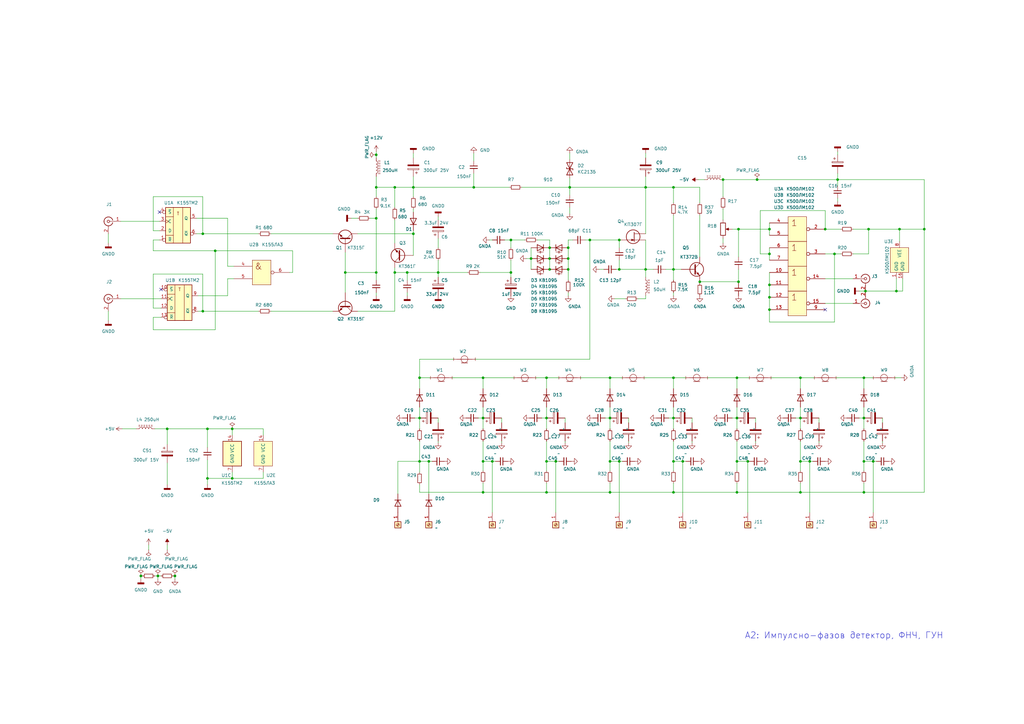
<source format=kicad_sch>
(kicad_sch (version 20211123) (generator eeschema)
  (paper "A3")
  (title_block (title "А2: Имулсно-фазов детектор, ФНЧ. ГУН"))
  (junction (at 169.545 95.885))
  (junction (at 224.155 201.93))
  (junction (at 338.455 93.98))
  (junction (at 95.25 196.215))
  (junction (at 233.045 106.045))
  (junction (at 287.02 115.57))
  (junction (at 57.785 236.22))
  (junction (at 332.105 189.23))
  (junction (at 315.595 121.92))
  (junction (at 276.225 154.94))
  (junction (at 276.225 110.49))
  (junction (at 379.095 93.98))
  (junction (at 315.595 127))
  (junction (at 302.26 189.23))
  (junction (at 172.085 189.23))
  (junction (at 175.895 189.23))
  (junction (at 224.155 154.94))
  (junction (at 154.305 111.76))
  (junction (at 71.755 236.22))
  (junction (at 194.31 76.835))
  (junction (at 254 110.49))
  (junction (at 354.965 119.38))
  (junction (at 356.235 93.98))
  (junction (at 233.68 76.835))
  (junction (at 201.93 189.23))
  (junction (at 209.55 111.76))
  (junction (at 342.265 104.14))
  (junction (at 264.795 110.49))
  (junction (at 227.965 189.23))
  (junction (at 254 98.425))
  (junction (at 276.225 76.835))
  (junction (at 315.595 104.14))
  (junction (at 328.295 171.45))
  (junction (at 83.185 127.635))
  (junction (at 198.12 189.23))
  (junction (at 276.225 201.93))
  (junction (at 354.33 154.94))
  (junction (at 179.705 111.76))
  (junction (at 225.425 101.6))
  (junction (at 276.225 189.23))
  (junction (at 172.085 154.94))
  (junction (at 217.805 106.045))
  (junction (at 224.155 171.45))
  (junction (at 250.19 171.45))
  (junction (at 276.225 171.45))
  (junction (at 302.26 154.94))
  (junction (at 225.425 106.045))
  (junction (at 250.19 154.94))
  (junction (at 224.155 189.23))
  (junction (at 95.25 175.895))
  (junction (at 225.425 110.49))
  (junction (at 368.935 93.98))
  (junction (at 358.14 189.23))
  (junction (at 315.595 116.84))
  (junction (at 302.26 171.45))
  (junction (at 250.19 189.23))
  (junction (at 264.795 76.835))
  (junction (at 209.55 98.425))
  (junction (at 161.925 76.835))
  (junction (at 296.545 73.66))
  (junction (at 302.26 201.93))
  (junction (at 250.19 201.93))
  (junction (at 354.33 201.93))
  (junction (at 315.595 93.98))
  (junction (at 167.005 111.76))
  (junction (at 198.12 171.45))
  (junction (at 169.545 76.835))
  (junction (at 161.925 111.76))
  (junction (at 233.045 101.6))
  (junction (at 154.305 76.835))
  (junction (at 306.705 189.23))
  (junction (at 172.085 171.45))
  (junction (at 83.185 95.885))
  (junction (at 354.33 189.23))
  (junction (at 302.895 115.57))
  (junction (at 328.295 189.23))
  (junction (at 354.33 171.45))
  (junction (at 302.895 93.98))
  (junction (at 141.605 111.76))
  (junction (at 254 189.23))
  (junction (at 154.305 63.5))
  (junction (at 280.035 189.23))
  (junction (at 310.515 73.66))
  (junction (at 328.295 154.94))
  (junction (at 367.665 119.38))
  (junction (at 64.77 236.22))
  (junction (at 88.265 102.87))
  (junction (at 85.09 175.895))
  (junction (at 85.09 196.215))
  (junction (at 198.12 201.93))
  (junction (at 343.535 73.66))
  (junction (at 233.045 110.49))
  (junction (at 198.12 154.94))
  (junction (at 241.935 98.425))
  (junction (at 328.295 201.93))
  (junction (at 154.305 89.535))
  (junction (at 68.58 175.895))
  (no_connect (at 66.04 118.745))
  (no_connect (at 65.405 86.995))
  (no_connect (at 338.455 127))
  (wire (pts (xy 300.355 93.98) (xy 302.895 93.98)))
  (wire (pts (xy 264.795 72.39) (xy 264.795 76.835)))
  (wire (pts (xy 161.925 90.17) (xy 161.925 99.695)))
  (wire (pts (xy 209.55 98.425) (xy 215.265 98.425)))
  (wire (pts (xy 276.225 88.265) (xy 276.225 110.49)))
  (wire (pts (xy 198.12 167.005) (xy 198.12 171.45)))
  (wire (pts (xy 302.26 180.975) (xy 302.26 189.23)))
  (wire (pts (xy 225.425 98.425) (xy 220.345 98.425)))
  (wire (pts (xy 93.345 89.535) (xy 93.345 109.22)))
  (wire (pts (xy 290.195 154.94) (xy 302.26 154.94)))
  (wire (pts (xy 296.545 73.66) (xy 310.515 73.66)))
  (wire (pts (xy 141.605 111.76) (xy 141.605 120.015)))
  (wire (pts (xy 264.795 122.555) (xy 264.795 121.285)))
  (wire (pts (xy 302.26 201.93) (xy 328.295 201.93)))
  (wire (pts (xy 227.965 189.23) (xy 224.155 189.23)))
  (wire (pts (xy 63.5 175.895) (xy 68.58 175.895)))
  (wire (pts (xy 179.705 97.79) (xy 179.705 101.6)))
  (wire (pts (xy 179.705 111.76) (xy 179.705 113.665)))
  (wire (pts (xy 217.805 106.045) (xy 217.805 110.49)))
  (wire (pts (xy 154.305 76.835) (xy 161.925 76.835)))
  (wire (pts (xy 276.225 201.93) (xy 276.225 198.12)))
  (wire (pts (xy 85.09 196.215) (xy 95.25 196.215)))
  (wire (pts (xy 367.665 114.3) (xy 367.665 119.38)))
  (wire (pts (xy 250.19 167.005) (xy 250.19 171.45)))
  (wire (pts (xy 85.09 188.595) (xy 85.09 196.215)))
  (wire (pts (xy 250.19 189.23) (xy 250.19 193.04)))
  (wire (pts (xy 71.755 237.49) (xy 71.755 236.22)))
  (wire (pts (xy 302.26 171.45) (xy 302.26 175.895)))
  (wire (pts (xy 354.33 201.93) (xy 354.33 198.12)))
  (wire (pts (xy 179.705 180.975) (xy 179.705 181.61)))
  (wire (pts (xy 172.085 189.23) (xy 172.085 193.675)))
  (wire (pts (xy 213.995 76.835) (xy 233.68 76.835)))
  (wire (pts (xy 66.04 130.175) (xy 62.865 130.175)))
  (wire (pts (xy 172.085 189.23) (xy 163.195 189.23)))
  (wire (pts (xy 342.265 132.08) (xy 342.265 104.14)))
  (wire (pts (xy 250.19 154.94) (xy 255.27 154.94)))
  (wire (pts (xy 309.88 180.975) (xy 309.88 181.61)))
  (wire (pts (xy 44.45 95.885) (xy 44.45 99.695)))
  (wire (pts (xy 332.105 189.23) (xy 328.295 189.23)))
  (wire (pts (xy 283.845 171.45) (xy 283.845 173.355)))
  (wire (pts (xy 64.77 236.22) (xy 64.77 237.49)))
  (wire (pts (xy 257.81 180.975) (xy 257.81 181.61)))
  (wire (pts (xy 154.305 111.76) (xy 154.305 114.935)))
  (wire (pts (xy 68.58 223.52) (xy 68.58 225.425)))
  (wire (pts (xy 368.935 93.98) (xy 368.935 99.06)))
  (wire (pts (xy 224.155 201.93) (xy 250.19 201.93)))
  (wire (pts (xy 93.345 109.22) (xy 95.885 109.22)))
  (wire (pts (xy 120.015 111.76) (xy 120.015 102.87)))
  (wire (pts (xy 356.235 104.14) (xy 356.235 93.98)))
  (wire (pts (xy 343.535 62.23) (xy 343.535 63.5)))
  (wire (pts (xy 194.31 71.12) (xy 194.31 76.835)))
  (wire (pts (xy 50.165 175.895) (xy 55.88 175.895)))
  (wire (pts (xy 81.28 121.285) (xy 93.345 121.285)))
  (wire (pts (xy 93.345 114.3) (xy 95.885 114.3)))
  (wire (pts (xy 250.19 171.45) (xy 250.19 175.895)))
  (wire (pts (xy 198.12 201.93) (xy 224.155 201.93)))
  (wire (pts (xy 328.295 167.005) (xy 328.295 171.45)))
  (wire (pts (xy 88.265 102.87) (xy 62.865 102.87)))
  (wire (pts (xy 306.705 189.23) (xy 302.26 189.23)))
  (wire (pts (xy 306.705 189.23) (xy 306.705 210.185)))
  (wire (pts (xy 111.125 127.635) (xy 136.525 127.635)))
  (wire (pts (xy 144.145 89.535) (xy 146.685 89.535)))
  (wire (pts (xy 315.595 121.92) (xy 315.595 127)))
  (wire (pts (xy 224.155 201.93) (xy 224.155 198.12)))
  (wire (pts (xy 120.015 102.87) (xy 88.265 102.87)))
  (wire (pts (xy 93.345 114.3) (xy 93.345 121.285)))
  (wire (pts (xy 161.925 76.835) (xy 161.925 85.09)))
  (wire (pts (xy 198.12 171.45) (xy 196.215 171.45)))
  (wire (pts (xy 83.185 95.885) (xy 83.185 80.645)))
  (wire (pts (xy 224.155 189.23) (xy 224.155 193.04)))
  (wire (pts (xy 361.95 180.975) (xy 361.95 181.61)))
  (wire (pts (xy 172.085 180.975) (xy 172.085 189.23)))
  (wire (pts (xy 167.005 120.015) (xy 167.005 121.285)))
  (wire (pts (xy 161.925 111.76) (xy 167.005 111.76)))
  (wire (pts (xy 172.085 201.93) (xy 198.12 201.93)))
  (wire (pts (xy 179.705 111.76) (xy 191.77 111.76)))
  (wire (pts (xy 307.34 189.23) (xy 306.705 189.23)))
  (wire (pts (xy 161.925 76.835) (xy 169.545 76.835)))
  (wire (pts (xy 107.95 175.895) (xy 107.95 178.435)))
  (wire (pts (xy 332.105 189.23) (xy 332.105 210.185)))
  (wire (pts (xy 240.03 98.425) (xy 241.935 98.425)))
  (wire (pts (xy 209.55 98.425) (xy 209.55 101.6)))
  (wire (pts (xy 264.795 62.865) (xy 264.795 64.77)))
  (wire (pts (xy 229.235 189.23) (xy 227.965 189.23)))
  (wire (pts (xy 342.265 104.14) (xy 344.805 104.14)))
  (wire (pts (xy 201.93 189.23) (xy 198.12 189.23)))
  (wire (pts (xy 169.545 76.835) (xy 194.31 76.835)))
  (wire (pts (xy 367.03 154.94) (xy 369.57 154.94)))
  (wire (pts (xy 368.935 93.98) (xy 379.095 93.98)))
  (wire (pts (xy 276.225 189.23) (xy 276.225 193.04)))
  (wire (pts (xy 241.935 98.425) (xy 254 98.425)))
  (wire (pts (xy 315.595 93.98) (xy 315.595 96.52)))
  (wire (pts (xy 57.785 237.49) (xy 57.785 236.22)))
  (wire (pts (xy 85.09 196.215) (xy 85.09 198.755)))
  (wire (pts (xy 207.01 98.425) (xy 209.55 98.425)))
  (wire (pts (xy 81.28 127.635) (xy 83.185 127.635)))
  (wire (pts (xy 118.745 111.76) (xy 120.015 111.76)))
  (wire (pts (xy 359.41 189.23) (xy 358.14 189.23)))
  (wire (pts (xy 276.225 83.185) (xy 276.225 76.835)))
  (wire (pts (xy 310.515 73.66) (xy 343.535 73.66)))
  (wire (pts (xy 328.295 154.94) (xy 328.295 159.385)))
  (wire (pts (xy 315.595 91.44) (xy 315.595 93.98)))
  (wire (pts (xy 276.225 76.835) (xy 264.795 76.835)))
  (wire (pts (xy 276.225 180.975) (xy 276.225 189.23)))
  (wire (pts (xy 154.305 89.535) (xy 154.305 111.76)))
  (wire (pts (xy 264.16 154.94) (xy 276.225 154.94)))
  (wire (pts (xy 107.95 193.675) (xy 107.95 196.215)))
  (wire (pts (xy 83.185 127.635) (xy 83.185 112.395)))
  (wire (pts (xy 379.095 93.98) (xy 379.095 201.93)))
  (wire (pts (xy 273.05 110.49) (xy 276.225 110.49)))
  (wire (pts (xy 343.535 73.66) (xy 343.535 76.2)))
  (wire (pts (xy 63.5 236.22) (xy 64.77 236.22)))
  (wire (pts (xy 280.035 189.23) (xy 280.035 210.185)))
  (wire (pts (xy 83.185 112.395) (xy 62.865 112.395)))
  (wire (pts (xy 161.925 111.76) (xy 161.925 109.855)))
  (wire (pts (xy 264.795 76.835) (xy 264.795 95.885)))
  (wire (pts (xy 252.73 110.49) (xy 254 110.49)))
  (wire (pts (xy 328.295 201.93) (xy 328.295 198.12)))
  (wire (pts (xy 198.12 198.12) (xy 198.12 201.93)))
  (wire (pts (xy 201.93 189.23) (xy 201.93 210.185)))
  (wire (pts (xy 62.865 135.255) (xy 88.265 135.255)))
  (wire (pts (xy 254 189.23) (xy 250.19 189.23)))
  (wire (pts (xy 254 189.23) (xy 254 210.185)))
  (wire (pts (xy 172.085 171.45) (xy 172.085 175.895)))
  (wire (pts (xy 338.455 93.98) (xy 344.805 93.98)))
  (wire (pts (xy 154.305 76.835) (xy 154.305 80.645)))
  (wire (pts (xy 167.005 111.76) (xy 167.005 114.935)))
  (wire (pts (xy 154.305 72.39) (xy 154.305 76.835)))
  (wire (pts (xy 64.77 236.22) (xy 66.04 236.22)))
  (wire (pts (xy 233.045 120.015) (xy 233.045 121.285)))
  (wire (pts (xy 179.705 171.45) (xy 179.705 173.355)))
  (wire (pts (xy 302.26 189.23) (xy 302.26 193.04)))
  (wire (pts (xy 217.805 101.6) (xy 217.805 106.045)))
  (wire (pts (xy 254 106.68) (xy 254 110.49)))
  (wire (pts (xy 80.645 89.535) (xy 93.345 89.535)))
  (wire (pts (xy 233.68 85.09) (xy 233.68 87.63)))
  (wire (pts (xy 315.595 104.14) (xy 311.785 104.14)))
  (wire (pts (xy 146.685 127.635) (xy 161.925 127.635)))
  (wire (pts (xy 95.25 175.895) (xy 107.95 175.895)))
  (wire (pts (xy 209.55 111.76) (xy 196.85 111.76)))
  (wire (pts (xy 328.295 171.45) (xy 326.39 171.45)))
  (wire (pts (xy 60.96 223.52) (xy 60.96 225.425)))
  (wire (pts (xy 342.9 154.94) (xy 354.33 154.94)))
  (wire (pts (xy 198.12 154.94) (xy 198.12 159.385)))
  (wire (pts (xy 169.545 85.725) (xy 169.545 86.995)))
  (wire (pts (xy 379.095 201.93) (xy 354.33 201.93)))
  (wire (pts (xy 356.235 93.98) (xy 368.935 93.98)))
  (wire (pts (xy 352.425 119.38) (xy 354.965 119.38)))
  (wire (pts (xy 62.865 130.175) (xy 62.865 135.255)))
  (wire (pts (xy 95.25 175.895) (xy 95.25 178.435)))
  (wire (pts (xy 111.125 95.885) (xy 136.525 95.885)))
  (wire (pts (xy 224.155 171.45) (xy 222.25 171.45)))
  (wire (pts (xy 85.09 175.895) (xy 85.09 183.515)))
  (wire (pts (xy 328.295 171.45) (xy 328.295 175.895)))
  (wire (pts (xy 354.33 189.23) (xy 354.33 193.04)))
  (wire (pts (xy 172.085 154.94) (xy 176.53 154.94)))
  (wire (pts (xy 316.23 154.94) (xy 328.295 154.94)))
  (wire (pts (xy 49.53 122.555) (xy 66.04 122.555)))
  (wire (pts (xy 224.155 154.94) (xy 224.155 159.385)))
  (wire (pts (xy 172.085 159.385) (xy 172.085 154.94)))
  (wire (pts (xy 233.68 76.835) (xy 264.795 76.835)))
  (wire (pts (xy 276.225 110.49) (xy 279.4 110.49)))
  (wire (pts (xy 68.58 189.865) (xy 68.58 198.755)))
  (wire (pts (xy 179.705 106.68) (xy 179.705 111.76)))
  (wire (pts (xy 172.085 167.005) (xy 172.085 171.45)))
  (wire (pts (xy 225.425 101.6) (xy 225.425 98.425)))
  (wire (pts (xy 302.895 93.98) (xy 315.595 93.98)))
  (wire (pts (xy 62.865 98.425) (xy 65.405 98.425)))
  (wire (pts (xy 215.9 106.045) (xy 217.805 106.045)))
  (wire (pts (xy 224.155 167.005) (xy 224.155 171.45)))
  (wire (pts (xy 198.12 180.975) (xy 198.12 189.23)))
  (wire (pts (xy 194.31 76.835) (xy 208.915 76.835)))
  (wire (pts (xy 233.045 110.49) (xy 233.045 106.045)))
  (wire (pts (xy 175.895 189.23) (xy 172.085 189.23)))
  (wire (pts (xy 302.895 93.98) (xy 302.895 105.41)))
  (wire (pts (xy 154.305 63.5) (xy 154.305 64.77)))
  (wire (pts (xy 175.895 189.23) (xy 175.895 202.565)))
  (wire (pts (xy 276.225 154.94) (xy 281.305 154.94)))
  (wire (pts (xy 231.775 171.45) (xy 231.775 173.355)))
  (wire (pts (xy 233.045 98.425) (xy 234.95 98.425)))
  (wire (pts (xy 177.165 189.23) (xy 175.895 189.23)))
  (wire (pts (xy 287.02 76.835) (xy 276.225 76.835)))
  (wire (pts (xy 361.95 171.45) (xy 361.95 173.355)))
  (wire (pts (xy 354.33 171.45) (xy 354.33 175.895)))
  (wire (pts (xy 281.305 189.23) (xy 280.035 189.23)))
  (wire (pts (xy 302.895 115.57) (xy 302.895 116.205)))
  (wire (pts (xy 302.26 154.94) (xy 302.26 159.385)))
  (wire (pts (xy 198.12 154.94) (xy 210.82 154.94)))
  (wire (pts (xy 62.865 112.395) (xy 62.865 126.365)))
  (wire (pts (xy 205.74 171.45) (xy 205.74 173.355)))
  (wire (pts (xy 233.68 73.025) (xy 233.68 76.835)))
  (wire (pts (xy 172.085 171.45) (xy 170.18 171.45)))
  (wire (pts (xy 233.045 98.425) (xy 233.045 101.6)))
  (wire (pts (xy 154.305 120.015) (xy 154.305 121.285)))
  (wire (pts (xy 68.58 175.895) (xy 85.09 175.895)))
  (wire (pts (xy 83.185 80.645) (xy 62.865 80.645)))
  (wire (pts (xy 287.02 115.57) (xy 287.02 116.205)))
  (wire (pts (xy 354.33 171.45) (xy 352.425 171.45)))
  (wire (pts (xy 225.425 101.6) (xy 225.425 106.045)))
  (wire (pts (xy 315.595 101.6) (xy 315.595 104.14)))
  (wire (pts (xy 231.775 180.975) (xy 231.775 181.61)))
  (wire (pts (xy 172.085 154.94) (xy 172.085 147.32)))
  (wire (pts (xy 172.085 201.93) (xy 172.085 198.755)))
  (wire (pts (xy 354.33 154.94) (xy 354.33 159.385)))
  (wire (pts (xy 264.795 110.49) (xy 264.795 113.665)))
  (wire (pts (xy 83.185 127.635) (xy 106.045 127.635)))
  (wire (pts (xy 250.19 171.45) (xy 248.285 171.45)))
  (wire (pts (xy 358.14 189.23) (xy 358.14 210.185)))
  (wire (pts (xy 250.19 201.93) (xy 276.225 201.93)))
  (wire (pts (xy 198.12 171.45) (xy 198.12 175.895)))
  (wire (pts (xy 95.25 193.675) (xy 95.25 196.215)))
  (wire (pts (xy 154.305 89.535) (xy 151.765 89.535)))
  (wire (pts (xy 95.25 175.895) (xy 85.09 175.895)))
  (wire (pts (xy 163.195 189.23) (xy 163.195 202.565)))
  (wire (pts (xy 57.785 236.22) (xy 58.42 236.22)))
  (wire (pts (xy 167.005 111.76) (xy 179.705 111.76)))
  (wire (pts (xy 315.595 127) (xy 315.595 132.08)))
  (wire (pts (xy 328.295 189.23) (xy 328.295 193.04)))
  (wire (pts (xy 276.225 110.49) (xy 276.225 114.935)))
  (wire (pts (xy 254 110.49) (xy 264.795 110.49)))
  (wire (pts (xy 224.155 154.94) (xy 229.235 154.94)))
  (wire (pts (xy 315.595 111.76) (xy 315.595 116.84)))
  (wire (pts (xy 172.085 147.32) (xy 186.055 147.32)))
  (wire (pts (xy 250.19 180.975) (xy 250.19 189.23)))
  (wire (pts (xy 367.665 119.38) (xy 370.205 119.38)))
  (wire (pts (xy 161.925 127.635) (xy 161.925 111.76)))
  (wire (pts (xy 280.035 189.23) (xy 276.225 189.23)))
  (wire (pts (xy 169.545 104.775) (xy 169.545 95.885)))
  (wire (pts (xy 349.885 104.14) (xy 356.235 104.14)))
  (wire (pts (xy 335.915 171.45) (xy 335.915 173.355)))
  (wire (pts (xy 370.205 114.3) (xy 370.205 119.38)))
  (wire (pts (xy 354.965 119.38) (xy 367.665 119.38)))
  (wire (pts (xy 287.02 83.185) (xy 287.02 76.835)))
  (wire (pts (xy 343.535 81.28) (xy 343.535 82.55)))
  (wire (pts (xy 227.965 189.23) (xy 227.965 210.185)))
  (wire (pts (xy 302.26 171.45) (xy 300.355 171.45)))
  (wire (pts (xy 343.535 71.12) (xy 343.535 73.66)))
  (wire (pts (xy 338.455 86.36) (xy 338.455 93.98)))
  (wire (pts (xy 338.455 114.3) (xy 349.885 114.3)))
  (wire (pts (xy 354.33 180.975) (xy 354.33 189.23)))
  (wire (pts (xy 88.265 102.87) (xy 88.265 135.255)))
  (wire (pts (xy 296.545 85.725) (xy 296.545 90.17)))
  (wire (pts (xy 349.885 93.98) (xy 356.235 93.98)))
  (wire (pts (xy 342.265 104.14) (xy 338.455 104.14)))
  (wire (pts (xy 354.33 154.94) (xy 358.14 154.94)))
  (wire (pts (xy 333.375 189.23) (xy 332.105 189.23)))
  (wire (pts (xy 241.935 147.32) (xy 194.945 147.32)))
  (wire (pts (xy 71.755 236.22) (xy 71.12 236.22)))
  (wire (pts (xy 179.705 90.17) (xy 179.705 88.9)))
  (wire (pts (xy 276.225 159.385) (xy 276.225 154.94)))
  (wire (pts (xy 233.045 110.49) (xy 233.045 114.935)))
  (wire (pts (xy 328.295 180.975) (xy 328.295 189.23)))
  (wire (pts (xy 287.02 115.57) (xy 302.895 115.57)))
  (wire (pts (xy 264.795 110.49) (xy 267.97 110.49)))
  (wire (pts (xy 302.26 201.93) (xy 302.26 198.12)))
  (wire (pts (xy 169.545 94.615) (xy 169.545 95.885)))
  (wire (pts (xy 209.55 106.68) (xy 209.55 111.76)))
  (wire (pts (xy 264.795 98.425) (xy 264.795 110.49)))
  (wire (pts (xy 315.595 104.14) (xy 315.595 106.68)))
  (wire (pts (xy 311.785 86.36) (xy 338.455 86.36)))
  (wire (pts (xy 44.45 127.635) (xy 44.45 131.445)))
  (wire (pts (xy 209.55 113.665) (xy 209.55 111.76)))
  (wire (pts (xy 335.915 180.975) (xy 335.915 181.61)))
  (wire (pts (xy 62.865 94.615) (xy 65.405 94.615)))
  (wire (pts (xy 276.225 171.45) (xy 274.32 171.45)))
  (wire (pts (xy 141.605 111.76) (xy 154.305 111.76)))
  (wire (pts (xy 62.865 126.365) (xy 66.04 126.365)))
  (wire (pts (xy 255.27 189.23) (xy 254 189.23)))
  (wire (pts (xy 338.455 124.46) (xy 349.885 124.46)))
  (wire (pts (xy 276.225 171.45) (xy 276.225 175.895)))
  (wire (pts (xy 233.045 106.045) (xy 233.045 101.6)))
  (wire (pts (xy 315.595 116.84) (xy 315.595 121.92)))
  (wire (pts (xy 309.88 171.45) (xy 309.88 173.355)))
  (wire (pts (xy 169.545 62.865) (xy 169.545 64.77)))
  (wire (pts (xy 62.865 80.645) (xy 62.865 94.615)))
  (wire (pts (xy 254 98.425) (xy 254.635 98.425)))
  (wire (pts (xy 225.425 106.045) (xy 225.425 110.49)))
  (wire (pts (xy 315.595 132.08) (xy 342.265 132.08)))
  (wire (pts (xy 154.305 62.23) (xy 154.305 63.5)))
  (wire (pts (xy 233.68 62.865) (xy 233.68 65.405)))
  (wire (pts (xy 302.26 167.005) (xy 302.26 171.45)))
  (wire (pts (xy 146.685 95.885) (xy 169.545 95.885)))
  (wire (pts (xy 219.71 154.94) (xy 224.155 154.94)))
  (wire (pts (xy 328.295 201.93) (xy 354.33 201.93)))
  (wire (pts (xy 205.74 180.975) (xy 205.74 181.61)))
  (wire (pts (xy 62.865 98.425) (xy 62.865 102.87)))
  (wire (pts (xy 185.42 154.94) (xy 198.12 154.94)))
  (wire (pts (xy 80.645 95.885) (xy 83.185 95.885)))
  (wire (pts (xy 358.14 189.23) (xy 354.33 189.23)))
  (wire (pts (xy 302.895 110.49) (xy 302.895 115.57)))
  (wire (pts (xy 233.68 76.835) (xy 233.68 80.01)))
  (wire (pts (xy 296.545 97.79) (xy 296.545 99.695)))
  (wire (pts (xy 203.2 189.23) (xy 201.93 189.23)))
  (wire (pts (xy 257.81 171.45) (xy 257.81 173.355)))
  (wire (pts (xy 261.62 122.555) (xy 264.795 122.555)))
  (wire (pts (xy 287.02 88.265) (xy 287.02 105.41)))
  (wire (pts (xy 250.19 201.93) (xy 250.19 198.12)))
  (wire (pts (xy 254 98.425) (xy 254 101.6)))
  (wire (pts (xy 286.385 73.66) (xy 288.925 73.66)))
  (wire (pts (xy 296.545 73.66) (xy 296.545 80.645)))
  (wire (pts (xy 200.66 98.425) (xy 201.93 98.425)))
  (wire (pts (xy 250.19 154.94) (xy 250.19 159.385)))
  (wire (pts (xy 169.545 72.39) (xy 169.545 76.835)))
  (wire (pts (xy 241.935 98.425) (xy 241.935 147.32)))
  (wire (pts (xy 252.095 122.555) (xy 256.54 122.555)))
  (wire (pts (xy 49.53 90.805) (xy 65.405 90.805)))
  (wire (pts (xy 276.225 120.015) (xy 276.225 121.285)))
  (wire (pts (xy 328.295 154.94) (xy 334.01 154.94)))
  (wire (pts (xy 169.545 76.835) (xy 169.545 80.645)))
  (wire (pts (xy 194.31 62.865) (xy 194.31 66.04)))
  (wire (pts (xy 83.185 95.885) (xy 106.045 95.885)))
  (wire (pts (xy 354.33 167.005) (xy 354.33 171.45)))
  (wire (pts (xy 95.25 196.215) (xy 107.95 196.215)))
  (wire (pts (xy 343.535 73.66) (xy 379.095 73.66)))
  (wire (pts (xy 276.225 167.005) (xy 276.225 171.45)))
  (wire (pts (xy 238.125 154.94) (xy 250.19 154.94)))
  (wire (pts (xy 224.155 171.45) (xy 224.155 175.895)))
  (wire (pts (xy 276.225 201.93) (xy 302.26 201.93)))
  (wire (pts (xy 68.58 175.895) (xy 68.58 182.245)))
  (wire (pts (xy 141.605 103.505) (xy 141.605 111.76)))
  (wire (pts (xy 154.305 85.725) (xy 154.305 89.535)))
  (wire (pts (xy 245.745 110.49) (xy 247.65 110.49)))
  (wire (pts (xy 198.12 189.23) (xy 198.12 193.04)))
  (wire (pts (xy 283.845 180.975) (xy 283.845 181.61)))
  (wire (pts (xy 224.155 180.975) (xy 224.155 189.23)))
  (wire (pts (xy 311.785 104.14) (xy 311.785 86.36)))
  (wire (pts (xy 379.095 93.98) (xy 379.095 73.66)))
  (wire (pts (xy 302.26 154.94) (xy 307.34 154.94)))
  (text "А2: Импулсно-фазов детектор, ФНЧ, ГУН" (at 305.435 262.255 0) (effects (font (size 2.56 2.56)) (justify left bottom)))
  (symbol (lib_id "Device:C_Polarized") (at 280.035 171.45 90) (unit 1)
    (property "Reference" "C32" (at 281.305 168.275 90) (effects (justify left)))
    (property "Value" "~" (at 283.21 176.53 0) (effects (justify left)))
  )
  (symbol (lib_id "Device:C_Small") (at 245.745 171.45 270) (unit 1)
    (property "Reference" "C28" (at 243.84 168.275 90) (effects (justify left)))
    (property "Value" "~" (at 242.57 174.625 90) (effects (justify left)))
  )
  (symbol (lib_id "Device:C_Small") (at 302.895 107.95 0) (mirror x) (unit 1)
    (property "Reference" "C17" (at 307.34 106.68 0) (effects (justify left)))
    (property "Value" "7.5pF" (at 307.34 109.22 0) (effects (justify left)))
  )
  (symbol (lib_id "power:GNDA") (at 243.205 171.45 270) (unit 1)
    (property "Reference" "#PWR047" (effects hide))
    (property "Value" "GNDA" (at 240.665 173.99 90) (effects (justify left)))
  )
  (symbol (lib_id "Device:R_Small") (at 172.085 196.215 180) (unit 1)
    (property "Reference" "R29" (at 168.91 194.945 0))
  )
  (symbol (lib_id "Device:R_Small") (at 198.12 178.435 0) (unit 1)
    (property "Reference" "R22" (at 194.31 178.435 0))
    (property "Value" "~" (at 199.39 179.705 0))
  )
  (symbol (lib_id "Device:C_Small") (at 194.31 68.58 0) (unit 1)
    (property "Reference" "C2" (at 187.96 68.58 0) (effects (justify left)))
    (property "Value" "150nF" (at 187.325 72.39 0) (effects (justify left)))
  )
  (symbol (lib_id "Device:C_Small") (at 254 104.14 0) (mirror y) (unit 1)
    (property "Reference" "C12" (at 260.35 102.87 0) (effects (justify left)))
    (property "Value" "18pF" (at 260.985 105.41 0) (effects (justify left)))
  )
  (symbol (lib_id "радио20:КА517А") (at 354.33 163.195 270) (unit 1)
    (property "Reference" "D18" (at 356.87 161.9249 90) (effects (justify left)))
  )
  (symbol (lib_id "power:GND") (at 64.77 237.49 0) (unit 1)
    (property "Reference" "#PWR06" (effects hide))
    (property "Value" "GND" (at 64.77 242.57 0))
  )
  (symbol (lib_id "Device:C_Small") (at 283.845 189.23 270) (mirror x) (unit 1)
    (property "Reference" "C47" (at 276.86 187.96 90) (effects (justify left)))
    (property "Value" "~" (at 280.67 186.055 90) (effects (justify left)))
  )
  (symbol (lib_id "power:GNDA") (at 200.66 98.425 270) (unit 1)
    (property "Reference" "#PWR017" (effects hide))
    (property "Value" "GNDA" (at 196.215 100.965 90) (effects (justify left)))
  )
  (symbol (lib_id "Device:C_Polarized") (at 309.88 177.165 180) (unit 1)
    (property "Reference" "C36" (at 307.975 179.07 0) (effects (justify left)))
    (property "Value" "~" (at 306.07 177.8 0) (effects (justify left)))
  )
  (symbol (lib_id "Device:C_Small") (at 179.705 189.23 270) (mirror x) (unit 1)
    (property "Reference" "C43" (at 172.72 187.325 90) (effects (justify left)))
  )
  (symbol (lib_id "Connector:Screw_Terminal_01x01") (at 332.105 215.265 270) (unit 1)
    (property "Reference" "J12" (at 334.645 213.9949 90) (effects (justify left)))
    (property "Value" "~" (at 334.645 216.5349 90) (effects (justify left)))
  )
  (symbol (lib_id "Device:C_Polarized") (at 231.775 177.165 180) (unit 1)
    (property "Reference" "C27" (at 229.87 179.07 0) (effects (justify left)))
    (property "Value" "~" (at 227.965 177.8 0) (effects (justify left)))
  )
  (symbol (lib_id "Device:L_Ferrite") (at 292.735 73.66 90) (unit 1)
    (property "Reference" "L3" (at 290.195 69.85 90))
  )
  (symbol (lib_id "power:PWR_FLAG") (at 60.96 225.425 0) (mirror x) (unit 1)
    (property "Reference" "#FLG01" (effects hide))
    (property "Value" "PWR_FLAG" (at 57.15 229.235 0))
  )
  (symbol (lib_id "Connector:Screw_Terminal_01x01") (at 175.895 215.265 270) (unit 1)
    (property "Reference" "J6" (at 178.435 213.9949 90) (effects (justify left)))
    (property "Value" "~" (at 178.435 216.5349 90) (effects (justify left)))
  )
  (symbol (lib_id "Connector:Screw_Terminal_01x01") (at 306.705 215.265 270) (unit 1)
    (property "Reference" "J11" (at 309.245 213.9949 90) (effects (justify left)))
    (property "Value" "~" (at 309.245 216.5349 90) (effects (justify left)))
  )
  (symbol (lib_id "power:GNDA") (at 205.74 181.61 0) (unit 1)
    (property "Reference" "#PWR042" (effects hide))
    (property "Value" "GNDA" (at 199.39 183.515 0) (effects (justify left)))
  )
  (symbol (lib_id "power:GNDD") (at 144.145 89.535 270) (unit 1)
    (property "Reference" "#PWR010" (effects hide))
    (property "Value" "GNDD" (at 138.43 85.725 90) (effects (justify left)))
  )
  (symbol (lib_id "power:GNDA") (at 276.225 121.285 0) (unit 1)
    (property "Reference" "#PWR027" (effects hide))
    (property "Value" "GNDA" (at 273.685 125.73 0) (effects (justify left)))
  )
  (symbol (lib_id "power:+12V") (at 154.305 62.23 0) (unit 1)
    (property "Reference" "#PWR011" (effects hide))
    (property "Value" "+12V" (at 154.305 56.515 0))
  )
  (symbol (lib_id "power:PWR_FLAG") (at 71.755 236.22 0) (unit 1)
    (property "Reference" "#FLG04" (effects hide))
    (property "Value" "PWR_FLAG" (at 76.2 232.41 0))
  )
  (symbol (lib_id "power:GNDA") (at 296.545 99.695 0) (unit 1)
    (property "Reference" "#PWR031" (effects hide))
    (property "Value" "GNDA" (at 294.005 104.14 0) (effects (justify left)))
  )
  (symbol (lib_id "радио20:К500ЛМ102") (at 368.935 106.68 0) (unit 5)
    (property "Reference" "U3" (at 362.585 99.06 0) (effects (justify left)))
    (property "Value" "К500ЛМ102" (at 363.855 106.68 90))
    (property "Footprint" "Package_DIP:DIP-16_W7.62mm" (effects hide))
    (property "Datasheet" "https://eandc.ru/pdf/mikroskhema/k500lm102.pdf" (effects hide))
  )
  (symbol (lib_id "Device:R_Small") (at 259.08 122.555 90) (unit 1)
    (property "Reference" "R13" (at 259.08 120.015 90))
    (property "Value" "240" (at 259.08 125.095 90))
  )
  (symbol (lib_id "Device:C_Small") (at 343.535 78.74 0) (unit 1)
    (property "Reference" "C16" (at 339.725 76.2 0) (effects (justify left)))
    (property "Value" "15nF" (at 344.805 76.2 0) (effects (justify left)))
  )
  (symbol (lib_id "power:GNDD") (at 343.535 82.55 0) (unit 1)
    (property "Reference" "#PWR034" (effects hide))
    (property "Value" "GNDD" (at 343.535 86.995 0))
  )
  (symbol (lib_id "Device:D_Capacitance") (at 229.235 110.49 0) (unit 1)
    (property "Reference" "D8" (at 219.075 127.635 0))
    (property "Value" "КВ109Б" (at 224.79 127.635 0))
  )
  (symbol (lib_id "Device:C_Polarized") (at 257.81 177.165 180) (unit 1)
    (property "Reference" "C30" (at 255.905 179.07 0) (effects (justify left)))
    (property "Value" "~" (at 254 177.8 0) (effects (justify left)))
  )
  (symbol (lib_id "Device:L_Ferrite") (at 154.305 68.58 0) (unit 1)
    (property "Reference" "L1" (at 158.75 66.675 0))
    (property "Value" "250uH" (at 160.02 69.85 0))
  )
  (symbol (lib_id "Connector:Screw_Terminal_01x01") (at 227.965 215.265 270) (unit 1)
    (property "Reference" "J8" (at 230.505 213.9949 90) (effects (justify left)))
    (property "Value" "~" (at 230.505 216.5349 90) (effects (justify left)))
  )
  (symbol (lib_id "Device:C_Small") (at 167.64 171.45 270) (unit 1)
    (property "Reference" "C19" (at 165.735 168.275 90) (effects (justify left)))
  )
  (symbol (lib_id "радио20:Coaxial_Cable") (at 215.265 154.94 0) (unit 1)
    (property "Reference" "W3" (at 214.63 151.765 0))
    (property "Value" "Coaxial_Cable" (effects hide))
  )
  (symbol (lib_id "Device:C_Polarized") (at 209.55 117.475 0) (unit 1)
    (property "Reference" "C7" (at 210.82 114.935 0) (effects (justify left)))
    (property "Value" "1uF 30V" (at 205.74 120.65 0) (effects (justify left)))
  )
  (symbol (lib_id "power:GNDA") (at 321.31 171.45 270) (unit 1)
    (property "Reference" "#PWR056" (effects hide))
    (property "Value" "GNDA" (at 318.77 173.99 90) (effects (justify left)))
  )
  (symbol (lib_id "power:GNDA") (at 233.68 87.63 0) (unit 1)
    (property "Reference" "#PWR023" (effects hide))
    (property "Value" "GNDA" (at 226.06 88.265 0) (effects (justify left)))
  )
  (symbol (lib_id "Device:D_Capacitance") (at 229.235 101.6 0) (unit 1)
    (property "Reference" "D6" (at 219.075 122.555 0))
    (property "Value" "КВ109Б" (at 224.79 122.555 0))
  )
  (symbol (lib_id "Device:D_Capacitance") (at 221.615 106.045 0) (mirror y) (unit 1)
    (property "Reference" "D4" (at 219.075 117.475 0))
    (property "Value" "КВ109Б" (at 224.79 117.475 0))
  )
  (symbol (lib_id "Device:R_Potentiometer") (at 296.545 93.98 0) (unit 1)
    (property "Reference" "R18" (at 294.005 92.7099 0) (effects (justify right)))
  )
  (symbol (lib_id "радио20:Coaxial_Cable") (at 180.975 154.94 0) (unit 1)
    (property "Reference" "W1" (at 180.34 151.765 0))
    (property "Value" "Coaxial_Cable" (effects hide))
  )
  (symbol (lib_id "power:GNDA") (at 179.705 181.61 0) (unit 1)
    (property "Reference" "#PWR039" (effects hide))
    (property "Value" "GNDA" (at 173.355 183.515 0) (effects (justify left)))
  )
  (symbol (lib_id "радио20:КА517А") (at 302.26 163.195 270) (unit 1)
    (property "Reference" "D16" (at 304.8 161.9249 90) (effects (justify left)))
  )
  (symbol (lib_id "Device:R_Small") (at 198.12 195.58 0) (unit 1)
    (property "Reference" "R30" (at 194.945 194.31 0))
  )
  (symbol (lib_id "Device:R_Small") (at 287.02 85.725 180) (unit 1)
    (property "Reference" "R37" (at 290.83 85.09 0))
    (property "Value" "39" (at 290.83 86.995 0))
  )
  (symbol (lib_id "Device:C_Small") (at 193.675 171.45 270) (unit 1)
    (property "Reference" "C22" (at 191.77 168.275 90) (effects (justify left)))
    (property "Value" "~" (at 190.5 174.625 90) (effects (justify left)))
  )
  (symbol (lib_id "power:GNDA") (at 312.42 189.23 90) (mirror x) (unit 1)
    (property "Reference" "#PWR052" (effects hide))
    (property "Value" "GNDA" (at 314.325 192.405 90) (effects (justify left)))
  )
  (symbol (lib_id "радио20:К155ТМ2") (at 73.025 90.17 0) (unit 1)
    (property "Reference" "U1" (at 69.215 83.185 0))
    (property "Value" "К155ТМ2" (at 76.835 83.185 0))
    (property "Datasheet" "К155xx/К155ТМ2.pdf" (effects hide))
  )
  (symbol (lib_id "Connector:Screw_Terminal_01x01") (at 280.035 215.265 270) (unit 1)
    (property "Reference" "J10" (at 282.575 213.9949 90) (effects (justify left)))
    (property "Value" "~" (at 282.575 216.5349 90) (effects (justify left)))
  )
  (symbol (lib_id "power:GNDA") (at 309.88 181.61 0) (unit 1)
    (property "Reference" "#PWR054" (effects hide))
    (property "Value" "GNDA" (at 303.53 183.515 0) (effects (justify left)))
  )
  (symbol (lib_id "power:GND") (at 194.31 62.865 180) (unit 1)
    (property "Reference" "#PWR018" (effects hide))
    (property "Value" "GND" (at 196.85 61.5949 0) (effects (justify right)))
  )
  (symbol (lib_id "радио20:Coaxial_Cable") (at 338.455 154.94 0) (unit 1)
    (property "Reference" "W8" (at 338.455 151.765 0))
    (property "Value" "Coaxial_Cable" (effects hide))
  )
  (symbol (lib_id "Device:D_Capacitance") (at 221.615 101.6 0) (mirror y) (unit 1)
    (property "Reference" "D3" (at 219.075 114.935 0))
    (property "Value" "КВ109Б" (at 224.79 114.935 0))
  )
  (symbol (lib_id "Device:D_Capacitance") (at 221.615 110.49 0) (mirror y) (unit 1)
    (property "Reference" "D5" (at 219.075 120.015 0))
    (property "Value" "КВ109Б" (at 224.79 120.015 0))
  )
  (symbol (lib_id "радио20:Coaxial_Cable") (at 362.585 154.94 0) (unit 1)
    (property "Reference" "W9" (at 362.585 151.765 0))
    (property "Value" "Coaxial_Cable" (effects hide))
  )
  (symbol (lib_id "радио20:К500ЛМ102") (at 327.025 93.98 0) (unit 1)
    (property "Reference" "U3" (at 319.405 77.47 0))
    (property "Value" "К500ЛМ102" (at 328.295 77.47 0))
    (property "Footprint" "Package_DIP:DIP-16_W7.62mm" (effects hide))
    (property "Datasheet" "https://eandc.ru/pdf/mikroskhema/k500lm102.pdf" (effects hide))
  )
  (symbol (lib_id "Device:C_Polarized") (at 179.705 117.475 0) (unit 1)
    (property "Reference" "C5" (at 180.975 114.935 0) (effects (justify left)))
    (property "Value" "33uF 24V" (at 174.625 120.65 0) (effects (justify left)))
  )
  (symbol (lib_id "Device:R_Small") (at 276.225 195.58 0) (unit 1)
    (property "Reference" "R33" (at 273.05 194.31 0))
  )
  (symbol (lib_id "радио20:К155ЛА3") (at 107.95 186.055 0) (unit 5)
    (property "Reference" "U2" (at 109.22 194.945 0) (effects (justify left)))
    (property "Value" "К155ЛА3" (at 104.14 198.12 0) (effects (justify left)))
  )
  (symbol (lib_id "Device:R_Small") (at 68.58 236.22 270) (unit 1)
    (property "Reference" "R10002" (effects hide))
  )
  (symbol (lib_id "Connector:Screw_Terminal_01x01") (at 358.14 215.265 270) (unit 1)
    (property "Reference" "J13" (at 360.68 213.9949 90) (effects (justify left)))
    (property "Value" "~" (at 360.68 216.5349 90) (effects (justify left)))
  )
  (symbol (lib_id "Device:R_Small") (at 149.225 89.535 90) (unit 1)
    (property "Reference" "R4" (at 146.685 86.995 90))
    (property "Value" "3K" (at 150.495 86.995 90))
  )
  (symbol (lib_id "Device:C_Polarized") (at 68.58 186.055 0) (unit 1)
    (property "Reference" "C51" (at 58.42 184.785 0) (effects (justify left)))
    (property "Value" "300uF 15V" (at 54.61 188.595 0) (effects (justify left)))
  )
  (symbol (lib_id "power:GNDA") (at 283.845 181.61 0) (unit 1)
    (property "Reference" "#PWR051" (effects hide))
    (property "Value" "GNDA" (at 277.495 183.515 0) (effects (justify left)))
  )
  (symbol (lib_id "Device:R_Small") (at 179.705 104.14 0) (unit 1)
    (property "Reference" "R8" (at 175.895 103.505 0))
    (property "Value" "2.4K" (at 175.895 105.41 0))
  )
  (symbol (lib_id "радио20:К500ЛМ102") (at 327.025 114.3 0) (unit 3)
    (property "Reference" "U3" (at 319.405 82.55 0))
    (property "Value" "К500ЛМ102" (at 328.295 82.55 0))
    (property "Footprint" "Package_DIP:DIP-16_W7.62mm" (effects hide))
    (property "Datasheet" "https://eandc.ru/pdf/mikroskhema/k500lm102.pdf" (effects hide))
  )
  (symbol (lib_id "Device:C_Small") (at 250.19 110.49 270) (mirror x) (unit 1)
    (property "Reference" "C13" (at 245.745 114.935 90) (effects (justify left)))
    (property "Value" "12pF" (at 250.19 114.935 90) (effects (justify left)))
  )
  (symbol (lib_id "Device:R_Small") (at 296.545 83.185 180) (unit 1)
    (property "Reference" "R17" (at 300.355 82.55 0))
  )
  (symbol (lib_id "радио20:КП307Г") (at 259.715 97.155 0) (unit 1)
    (property "Reference" "Q4" (at 254.635 90.805 0))
    (property "Value" "КП307Г" (at 255.905 92.075 0) (effects (justify left)))
    (property "Footprint" "Package_TO_SOT_THT:TO-92_Inline" (effects hide))
    (property "Datasheet" "https://www.onsemi.com/pub/Collateral/BF245A-D.PDF" (effects hide))
  )
  (symbol (lib_id "power:GNDD") (at 352.425 119.38 270) (unit 1)
    (property "Reference" "#PWR035" (effects hide))
    (property "Value" "GNDD" (at 348.615 119.3799 90) (effects (justify right)))
  )
  (symbol (lib_id "Device:R_Small") (at 276.225 178.435 0) (unit 1)
    (property "Reference" "R25" (at 272.415 178.435 0))
    (property "Value" "~" (at 277.495 179.705 0))
  )
  (symbol (lib_id "Device:C_Polarized") (at 169.545 68.58 180) (unit 1)
    (property "Reference" "C1" (at 176.53 66.675 0) (effects (justify left)))
    (property "Value" "300uF 25V" (at 184.15 69.85 0) (effects (justify left)))
  )
  (symbol (lib_id "Device:C_Polarized") (at 306.07 171.45 90) (unit 1)
    (property "Reference" "C35" (at 307.34 168.275 90) (effects (justify left)))
    (property "Value" "~" (at 309.245 176.53 0) (effects (justify left)))
  )
  (symbol (lib_id "power:PWR_FLAG") (at 64.77 236.22 0) (unit 1)
    (property "Reference" "#FLG03" (effects hide))
    (property "Value" "PWR_FLAG" (at 66.04 232.41 0))
  )
  (symbol (lib_id "power:GNDA") (at 369.57 154.94 90) (unit 1)
    (property "Reference" "#PWR01" (effects hide))
    (property "Value" "GNDA" (at 374.015 154.94 0) (effects (justify left)))
  )
  (symbol (lib_id "Device:C_Small") (at 323.85 171.45 270) (unit 1)
    (property "Reference" "C37" (at 321.945 168.275 90) (effects (justify left)))
    (property "Value" "~" (at 320.675 174.625 90) (effects (justify left)))
  )
  (symbol (lib_id "power:PWR_FLAG") (at 95.25 175.895 0) (unit 1)
    (property "Reference" "#FLG05" (effects hide))
    (property "Value" "PWR_FLAG" (at 92.075 171.45 0))
  )
  (symbol (lib_id "power:GNDA") (at 182.245 189.23 90) (mirror x) (unit 1)
    (property "Reference" "#PWR037" (effects hide))
    (property "Value" "GNDA" (at 184.15 192.405 90) (effects (justify left)))
  )
  (symbol (lib_id "Device:R_Small") (at 328.295 195.58 0) (unit 1)
    (property "Reference" "R35" (at 325.12 194.31 0))
  )
  (symbol (lib_id "power:-5V") (at 286.385 73.66 90) (unit 1)
    (property "Reference" "#PWR030" (effects hide))
  )
  (symbol (lib_id "power:GND") (at 209.55 121.285 0) (unit 1)
    (property "Reference" "#PWR019" (effects hide))
    (property "Value" "GND" (at 209.55 126.365 0))
  )
  (symbol (lib_id "Device:C_Small") (at 257.81 189.23 270) (mirror x) (unit 1)
    (property "Reference" "C46" (at 250.825 187.96 90) (effects (justify left)))
    (property "Value" "~" (at 254.635 186.055 90) (effects (justify left)))
  )
  (symbol (lib_id "Device:C_Polarized") (at 335.915 177.165 180) (unit 1)
    (property "Reference" "C39" (at 334.01 179.07 0) (effects (justify left)))
    (property "Value" "~" (at 332.105 177.8 0) (effects (justify left)))
  )
  (symbol (lib_id "Device:C_Small") (at 233.68 82.55 180) (unit 1)
    (property "Reference" "C10" (at 229.87 80.01 0) (effects (justify left)))
    (property "Value" "150nF" (at 229.87 83.185 0) (effects (justify left)))
  )
  (symbol (lib_id "power:GNDA") (at 260.35 189.23 90) (mirror x) (unit 1)
    (property "Reference" "#PWR046" (effects hide))
    (property "Value" "GNDA" (at 262.255 192.405 90) (effects (justify left)))
  )
  (symbol (lib_id "power:GNDA") (at 233.68 62.865 180) (unit 1)
    (property "Reference" "#PWR022" (effects hide))
    (property "Value" "GNDA" (at 241.3 62.23 0) (effects (justify left)))
  )
  (symbol (lib_id "Device:C_Polarized") (at 283.845 177.165 180) (unit 1)
    (property "Reference" "C33" (at 281.94 179.07 0) (effects (justify left)))
    (property "Value" "~" (at 280.035 177.8 0) (effects (justify left)))
  )
  (symbol (lib_id "Device:C_Small") (at 154.305 117.475 0) (unit 1)
    (property "Reference" "C3" (at 146.685 116.205 0) (effects (justify left)))
    (property "Value" "150nF" (at 145.415 120.015 0) (effects (justify left)))
  )
  (symbol (lib_id "Device:R_Small") (at 276.225 117.475 180) (unit 1)
    (property "Reference" "R15" (at 280.035 116.84 0))
    (property "Value" "7.5K" (at 280.035 118.745 0))
  )
  (symbol (lib_id "power:+5V") (at 50.165 175.895 90) (unit 1)
    (property "Reference" "#PWR04" (effects hide))
    (property "Value" "+5V" (at 46.99 175.8949 90) (effects (justify left)))
  )
  (symbol (lib_id "Device:R_Small") (at 217.805 98.425 270) (unit 1)
    (property "Reference" "R11" (at 215.265 95.885 90))
    (property "Value" "100K" (at 220.345 95.885 90))
  )
  (symbol (lib_id "power:PWR_FLAG") (at 57.785 236.22 0) (unit 1)
    (property "Reference" "#FLG02" (effects hide))
    (property "Value" "PWR_FLAG" (at 55.88 232.41 0))
  )
  (symbol (lib_id "Device:R_Small") (at 224.155 178.435 0) (unit 1)
    (property "Reference" "R23" (at 220.345 178.435 0))
    (property "Value" "~" (at 225.425 179.705 0))
  )
  (symbol (lib_id "радио20:КА517А") (at 224.155 163.195 270) (unit 1)
    (property "Reference" "D13" (at 226.695 161.9249 90) (effects (justify left)))
  )
  (symbol (lib_id "Device:R_Small") (at 250.19 178.435 0) (unit 1)
    (property "Reference" "R24" (at 246.38 178.435 0))
    (property "Value" "~" (at 251.46 179.705 0))
  )
  (symbol (lib_id "Device:C_Small") (at 297.815 171.45 270) (unit 1)
    (property "Reference" "C34" (at 295.91 168.275 90) (effects (justify left)))
    (property "Value" "~" (at 294.64 174.625 90) (effects (justify left)))
  )
  (symbol (lib_id "Device:C_Polarized") (at 201.93 171.45 90) (unit 1)
    (property "Reference" "C23" (at 203.2 168.275 90) (effects (justify left)))
    (property "Value" "~" (at 205.105 176.53 0) (effects (justify left)))
  )
  (symbol (lib_id "power:GNDA") (at 215.9 106.045 270) (unit 1)
    (property "Reference" "#PWR020" (effects hide))
    (property "Value" "GNDA" (at 211.455 102.87 90) (effects (justify left)))
  )
  (symbol (lib_id "Device:R_Small") (at 108.585 127.635 90) (unit 1)
    (property "Reference" "R2" (at 106.045 125.095 90))
    (property "Value" "680" (at 109.855 125.095 90))
  )
  (symbol (lib_id "Device:D_Capacitance") (at 229.235 106.045 0) (unit 1)
    (property "Reference" "D7" (at 219.075 125.095 0))
    (property "Value" "КВ109Б" (at 224.79 125.095 0))
  )
  (symbol (lib_id "радио20:КД103А") (at 175.895 206.375 270) (unit 1)
    (property "Reference" "D10" (at 178.435 204.47 90) (effects (justify left)))
  )
  (symbol (lib_id "power:GNDA") (at 233.045 121.285 0) (unit 1)
    (property "Reference" "#PWR021" (effects hide))
    (property "Value" "GNDA" (at 233.045 125.73 0) (effects (justify left)))
  )
  (symbol (lib_id "Device:R_Small") (at 302.26 195.58 0) (unit 1)
    (property "Reference" "R34" (at 299.085 194.31 0))
  )
  (symbol (lib_id "радио20:КА517А") (at 250.19 163.195 270) (unit 1)
    (property "Reference" "D14" (at 252.73 161.9249 90) (effects (justify left)))
  )
  (symbol (lib_id "Device:R_Small") (at 250.19 195.58 0) (unit 1)
    (property "Reference" "R32" (at 247.015 194.31 0))
  )
  (symbol (lib_id "радио20:Coaxial_Cable") (at 311.785 154.94 0) (unit 1)
    (property "Reference" "W7" (at 311.785 151.765 0))
    (property "Value" "Coaxial_Cable" (effects hide))
  )
  (symbol (lib_id "Device:R_Small") (at 224.155 195.58 0) (unit 1)
    (property "Reference" "R31" (at 220.98 194.31 0))
  )
  (symbol (lib_id "Device:C_Polarized") (at 227.965 171.45 90) (unit 1)
    (property "Reference" "C26" (at 229.235 168.275 90) (effects (justify left)))
    (property "Value" "~" (at 231.14 176.53 0) (effects (justify left)))
  )
  (symbol (lib_id "Device:C_Polarized") (at 343.535 67.31 0) (unit 1)
    (property "Reference" "C15" (at 327.025 64.77 0) (effects (justify left)))
  )
  (symbol (lib_id "Device:C_Small") (at 335.915 189.23 270) (mirror x) (unit 1)
    (property "Reference" "C49" (at 328.93 187.96 90) (effects (justify left)))
    (property "Value" "~" (at 332.74 186.055 90) (effects (justify left)))
  )
  (symbol (lib_id "Device:R_Small") (at 233.045 117.475 0) (unit 1)
    (property "Reference" "R12" (at 237.49 114.935 0))
    (property "Value" "100K" (at 237.49 116.84 0))
  )
  (symbol (lib_id "радио20:КТ315Г") (at 141.605 97.155 270) (mirror x) (unit 1)
    (property "Reference" "Q1" (at 139.065 101.6 90))
    (property "Value" "КТ315Г" (at 146.05 101.6 90))
    (property "Footprint" "Package_TO_SOT_THT:TO-92_Inline" (effects hide))
    (property "Datasheet" "http://www.cdil.com/datasheets/bc413_14_b_c.pdf" (effects hide))
  )
  (symbol (lib_id "Connector:Conn_Coaxial") (at 354.965 124.46 0) (mirror x) (unit 1)
    (property "Reference" "J4" (at 358.775 124.1667 0) (effects (justify left)))
    (property "Datasheet" " ~" (effects hide))
  )
  (symbol (lib_id "power:GNDA") (at 257.81 181.61 0) (unit 1)
    (property "Reference" "#PWR048" (effects hide))
    (property "Value" "GNDA" (at 251.46 183.515 0) (effects (justify left)))
  )
  (symbol (lib_id "радио20:К155ТМ2") (at 73.66 121.92 0) (unit 2)
    (property "Reference" "U1" (at 69.85 114.935 0))
    (property "Value" "К155ТМ2" (at 77.47 114.935 0))
    (property "Datasheet" "К155xx/К155ТМ2.pdf" (effects hide))
  )
  (symbol (lib_id "power:+5V") (at 60.96 223.52 0) (mirror y) (unit 1)
    (property "Reference" "#PWR032" (effects hide))
    (property "Value" "+5V" (at 60.96 217.805 0))
  )
  (symbol (lib_id "power:GNDA") (at 252.095 122.555 270) (unit 1)
    (property "Reference" "#PWR025" (effects hide))
    (property "Value" "GNDA" (at 248.92 125.095 90) (effects (justify left)))
  )
  (symbol (lib_id "радио20:Coaxial_Cable") (at 190.5 147.32 0) (unit 1)
    (property "Reference" "W2" (at 189.865 144.145 0))
    (property "Value" "Coaxial_Cable" (effects hide))
  )
  (symbol (lib_id "Device:R_Small") (at 169.545 83.185 0) (unit 1)
    (property "Reference" "R6" (at 173.355 81.28 0))
    (property "Value" "680" (at 173.355 83.82 0))
  )
  (symbol (lib_id "power:GNDA") (at 208.28 189.23 90) (mirror x) (unit 1)
    (property "Reference" "#PWR040" (effects hide))
    (property "Value" "GNDA" (at 210.185 192.405 90) (effects (justify left)))
  )
  (symbol (lib_id "Device:C_Small") (at 271.78 171.45 270) (unit 1)
    (property "Reference" "C31" (at 269.875 168.275 90) (effects (justify left)))
    (property "Value" "~" (at 268.605 174.625 90) (effects (justify left)))
  )
  (symbol (lib_id "Device:R_Small") (at 354.33 195.58 0) (unit 1)
    (property "Reference" "R36" (at 351.155 194.31 0))
  )
  (symbol (lib_id "Connector:Screw_Terminal_01x01") (at 201.93 215.265 270) (unit 1)
    (property "Reference" "J7" (at 204.47 213.9949 90) (effects (justify left)))
    (property "Value" "~" (at 204.47 216.5349 90) (effects (justify left)))
  )
  (symbol (lib_id "power:GNDA") (at 338.455 189.23 90) (mirror x) (unit 1)
    (property "Reference" "#PWR055" (effects hide))
    (property "Value" "GNDA" (at 340.36 192.405 90) (effects (justify left)))
  )
  (symbol (lib_id "Device:C_Polarized") (at 361.95 177.165 180) (unit 1)
    (property "Reference" "C42" (at 360.045 179.07 0) (effects (justify left)))
    (property "Value" "~" (at 358.14 177.8 0) (effects (justify left)))
  )
  (symbol (lib_id "power:GNDA") (at 165.1 171.45 270) (unit 1)
    (property "Reference" "#PWR038" (effects hide))
    (property "Value" "GNDA" (at 162.56 173.99 90) (effects (justify left)))
  )
  (symbol (lib_id "радио20:КТ315Г") (at 141.605 126.365 270) (unit 1)
    (property "Reference" "Q2" (at 139.7 130.81 90))
    (property "Value" "КТ315Г" (at 146.05 130.81 90))
    (property "Footprint" "Package_TO_SOT_THT:TO-92_Inline" (effects hide))
    (property "Datasheet" "http://www.cdil.com/datasheets/bc413_14_b_c.pdf" (effects hide))
  )
  (symbol (lib_id "Device:R_Small") (at 347.345 93.98 270) (unit 1)
    (property "Reference" "R19" (at 345.44 91.44 90))
  )
  (symbol (lib_id "Device:C_Small") (at 231.775 189.23 270) (mirror x) (unit 1)
    (property "Reference" "C45" (at 224.79 187.96 90) (effects (justify left)))
    (property "Value" "~" (at 228.6 186.055 90) (effects (justify left)))
  )
  (symbol (lib_id "Device:C_Polarized") (at 179.705 93.98 0) (mirror x) (unit 1)
    (property "Reference" "C6" (at 180.975 97.155 0) (effects (justify left)))
    (property "Value" "3.3uF 24V" (at 173.99 91.44 0) (effects (justify left)))
  )
  (symbol (lib_id "Device:R_Small") (at 328.295 178.435 0) (unit 1)
    (property "Reference" "R27" (at 324.485 178.435 0))
    (property "Value" "~" (at 329.565 179.705 0))
  )
  (symbol (lib_id "power:GNDA") (at 286.385 189.23 90) (mirror x) (unit 1)
    (property "Reference" "#PWR049" (effects hide))
    (property "Value" "GNDA" (at 288.29 192.405 90) (effects (justify left)))
  )
  (symbol (lib_id "Device:R_Small") (at 108.585 95.885 90) (unit 1)
    (property "Reference" "R1" (at 106.045 93.345 90))
    (property "Value" "680" (at 109.855 93.345 90))
  )
  (symbol (lib_id "Device:R_Small") (at 276.225 85.725 180) (unit 1)
    (property "Reference" "R14" (at 280.035 85.09 0))
    (property "Value" "4.7K" (at 280.035 86.995 0))
  )
  (symbol (lib_id "power:GNDA") (at 217.17 171.45 270) (unit 1)
    (property "Reference" "#PWR044" (effects hide))
    (property "Value" "GNDA" (at 214.63 173.99 90) (effects (justify left)))
  )
  (symbol (lib_id "радио20:КА517А") (at 198.12 163.195 270) (unit 1)
    (property "Reference" "D12" (at 200.66 161.9249 90) (effects (justify left)))
  )
  (symbol (lib_id "Device:C_Polarized") (at 264.795 68.58 180) (unit 1)
    (property "Reference" "C9" (at 271.78 66.675 0) (effects (justify left)))
    (property "Value" "300uF 25V" (at 279.4 69.85 0) (effects (justify left)))
  )
  (symbol (lib_id "Device:C_Small") (at 85.09 186.055 0) (unit 1)
    (property "Reference" "C52" (at 77.47 184.785 0) (effects (justify left)))
    (property "Value" "150nF" (at 76.2 188.595 0) (effects (justify left)))
  )
  (symbol (lib_id "power:GNDD") (at 167.005 121.285 0) (unit 1)
    (property "Reference" "#PWR013" (effects hide))
    (property "Value" "GNDD" (at 167.005 125.73 0))
  )
  (symbol (lib_id "радио20:КТ361Г") (at 163.195 104.775 180) (unit 1)
    (property "Reference" "Q3" (at 165.1 99.695 0))
    (property "Value" "КТ361Г" (at 167.005 109.22 0))
    (property "Footprint" "Package_TO_SOT_THT:TO-92_Inline" (effects hide))
    (property "Datasheet" "https://www.onsemi.com/pub/Collateral/BC556BTA-D.pdf" (effects hide))
  )
  (symbol (lib_id "Device:C_Polarized") (at 175.895 171.45 90) (unit 1)
    (property "Reference" "C20" (at 177.165 168.275 90) (effects (justify left)))
  )
  (symbol (lib_id "Device:R_Small") (at 287.02 118.745 180) (unit 1)
    (property "Reference" "R16" (at 290.83 118.11 0))
    (property "Value" "1.1K" (at 290.83 120.015 0))
  )
  (symbol (lib_id "Device:C_Polarized") (at 205.74 177.165 180) (unit 1)
    (property "Reference" "C24" (at 203.835 179.07 0) (effects (justify left)))
    (property "Value" "~" (at 201.93 177.8 0) (effects (justify left)))
  )
  (symbol (lib_id "Device:C_Small") (at 204.47 98.425 90) (unit 1)
    (property "Reference" "C8" (at 203.2 94.615 90) (effects (justify left)))
    (property "Value" "15nF" (at 208.915 94.615 90) (effects (justify left)))
  )
  (symbol (lib_id "Device:C_Small") (at 309.88 189.23 270) (mirror x) (unit 1)
    (property "Reference" "C48" (at 302.895 187.96 90) (effects (justify left)))
    (property "Value" "~" (at 306.705 186.055 90) (effects (justify left)))
  )
  (symbol (lib_id "power:-5V") (at 68.58 223.52 0) (unit 1)
    (property "Reference" "#PWR036" (effects hide))
  )
  (symbol (lib_id "power:GNDD") (at 343.535 62.23 180) (unit 1)
    (property "Reference" "#PWR033" (effects hide))
    (property "Value" "GNDD" (at 352.425 60.325 0) (effects (justify left)))
  )
  (symbol (lib_id "радио20:КА517А") (at 328.295 163.195 270) (unit 1)
    (property "Reference" "D17" (at 330.835 161.9249 90) (effects (justify left)))
  )
  (symbol (lib_id "Connector:Conn_Coaxial") (at 44.45 122.555 0) (mirror y) (unit 1)
    (property "Reference" "J2" (at 44.7674 115.57 0))
    (property "Datasheet" " ~" (effects hide))
  )
  (symbol (lib_id "Connector:Screw_Terminal_01x01") (at 254 215.265 270) (unit 1)
    (property "Reference" "J9" (at 256.54 213.9949 90) (effects (justify left)))
    (property "Value" "~" (at 256.54 216.5349 90) (effects (justify left)))
  )
  (symbol (lib_id "power:GNDD") (at 179.705 88.9 180) (unit 1)
    (property "Reference" "#PWR015" (effects hide))
    (property "Value" "GNDD" (at 179.705 84.455 0))
  )
  (symbol (lib_id "power:GNDA") (at 71.755 237.49 0) (unit 1)
    (property "Reference" "#PWR08" (effects hide))
    (property "Value" "GNDA" (at 71.755 242.57 0))
  )
  (symbol (lib_id "power:PWR_FLAG") (at 68.58 225.425 0) (mirror x) (unit 1)
    (property "Reference" "#FLG07" (effects hide))
    (property "Value" "PWR_FLAG" (at 72.39 229.235 0))
  )
  (symbol (lib_id "power:PWR_FLAG") (at 154.305 63.5 90) (unit 1)
    (property "Reference" "#FLG06" (effects hide))
    (property "Value" "PWR_FLAG" (at 150.495 60.325 0))
  )
  (symbol (lib_id "Device:C_Small") (at 349.885 171.45 270) (unit 1)
    (property "Reference" "C40" (at 347.98 168.275 90) (effects (justify left)))
    (property "Value" "~" (at 346.71 174.625 90) (effects (justify left)))
  )
  (symbol (lib_id "power:GNDA") (at 295.275 171.45 270) (unit 1)
    (property "Reference" "#PWR053" (effects hide))
    (property "Value" "GNDA" (at 292.735 173.99 90) (effects (justify left)))
  )
  (symbol (lib_id "power:GNDA") (at 191.135 171.45 270) (unit 1)
    (property "Reference" "#PWR041" (effects hide))
    (property "Value" "GNDA" (at 188.595 173.99 90) (effects (justify left)))
  )
  (symbol (lib_id "power:GNDD") (at 264.795 62.865 180) (unit 1)
    (property "Reference" "#PWR026" (effects hide))
    (property "Value" "GNDD" (at 273.685 60.96 0) (effects (justify left)))
  )
  (symbol (lib_id "Device:C_Small") (at 205.74 189.23 270) (mirror x) (unit 1)
    (property "Reference" "C44" (at 198.755 187.96 90) (effects (justify left)))
    (property "Value" "~" (at 202.565 186.055 90) (effects (justify left)))
  )
  (symbol (lib_id "power:GNDD") (at 44.45 99.695 0) (unit 1)
    (property "Reference" "#PWR02" (effects hide))
    (property "Value" "GNDD" (at 44.45 104.14 0))
  )
  (symbol (lib_id "power:GNDA") (at 234.315 189.23 90) (mirror x) (unit 1)
    (property "Reference" "#PWR043" (effects hide))
    (property "Value" "GNDA" (at 236.22 192.405 90) (effects (justify left)))
  )
  (symbol (lib_id "радио20:К155ЛА3") (at 107.315 111.76 0) (unit 2)
    (property "Reference" "U2" (at 104.14 100.33 0))
    (property "Value" "К155ЛА3" (at 111.76 100.33 0))
  )
  (symbol (lib_id "радио20:К500ЛМ102") (at 327.025 104.14 0) (unit 2)
    (property "Reference" "U3" (at 319.405 80.01 0))
    (property "Value" "К500ЛМ102" (at 328.295 80.01 0))
    (property "Footprint" "Package_DIP:DIP-16_W7.62mm" (effects hide))
    (property "Datasheet" "https://eandc.ru/pdf/mikroskhema/k500lm102.pdf" (effects hide))
  )
  (symbol (lib_id "радио20:К500ЛМ102") (at 327.025 124.46 0) (unit 4)
    (property "Reference" "U3" (at 319.405 85.09 0))
    (property "Value" "К500ЛМ102" (at 328.295 85.09 0))
    (property "Footprint" "Package_DIP:DIP-16_W7.62mm" (effects hide))
    (property "Datasheet" "https://eandc.ru/pdf/mikroskhema/k500lm102.pdf" (effects hide))
  )
  (symbol (lib_id "Device:C_Polarized") (at 358.14 171.45 90) (unit 1)
    (property "Reference" "C41" (at 359.41 168.275 90) (effects (justify left)))
    (property "Value" "~" (at 361.315 176.53 0) (effects (justify left)))
  )
  (symbol (lib_id "power:GNDA") (at 231.775 181.61 0) (unit 1)
    (property "Reference" "#PWR045" (effects hide))
    (property "Value" "GNDA" (at 225.425 183.515 0) (effects (justify left)))
  )
  (symbol (lib_id "power:GNDD") (at 154.305 121.285 0) (unit 1)
    (property "Reference" "#PWR012" (effects hide))
    (property "Value" "GNDD" (at 154.305 125.73 0))
  )
  (symbol (lib_id "радио20:КД103А") (at 163.195 206.375 270) (unit 1)
    (property "Reference" "D9" (at 153.035 205.105 90) (effects (justify left)))
  )
  (symbol (lib_id "power:GNDD") (at 57.785 237.49 0) (unit 1)
    (property "Reference" "#PWR05" (effects hide))
    (property "Value" "GNDD" (at 57.785 241.935 0))
  )
  (symbol (lib_id "power:GNDA") (at 269.24 171.45 270) (unit 1)
    (property "Reference" "#PWR050" (effects hide))
    (property "Value" "GNDA" (at 266.7 173.99 90) (effects (justify left)))
  )
  (symbol (lib_id "power:GNDA") (at 335.915 181.61 0) (unit 1)
    (property "Reference" "#PWR057" (effects hide))
    (property "Value" "GNDA" (at 329.565 183.515 0) (effects (justify left)))
  )
  (symbol (lib_id "радио20:КА517А") (at 276.225 163.195 270) (unit 1)
    (property "Reference" "D15" (at 278.765 161.9249 90) (effects (justify left)))
  )
  (symbol (lib_id "Device:D_TVS") (at 233.68 69.215 90) (unit 1)
    (property "Reference" "D2" (at 236.855 67.9449 90) (effects (justify right)))
    (property "Value" "КС213Б" (at 236.855 70.4849 90) (effects (justify right)))
  )
  (symbol (lib_id "power:GNDD") (at 169.545 62.865 180) (unit 1)
    (property "Reference" "#PWR014" (effects hide))
    (property "Value" "GNDD" (at 178.435 60.96 0) (effects (justify left)))
  )
  (symbol (lib_id "радио20:КТ372В") (at 285.75 110.49 0) (unit 1)
    (property "Reference" "Q5" (at 281.305 101.6 0))
    (property "Value" "КТ372В" (at 282.575 105.41 0))
  )
  (symbol (lib_id "радио20:Coaxial_Cable") (at 233.68 154.94 0) (unit 1)
    (property "Reference" "W4" (at 233.045 151.765 0))
    (property "Value" "Coaxial_Cable" (effects hide))
  )
  (symbol (lib_id "Device:C_Small") (at 167.005 117.475 0) (unit 1)
    (property "Reference" "C4" (at 163.195 114.935 0) (effects (justify left)))
    (property "Value" "15nF" (at 168.275 114.935 0) (effects (justify left)))
  )
  (symbol (lib_id "Device:L_Ferrite") (at 264.795 117.475 0) (unit 1)
    (property "Reference" "L2" (at 269.24 115.57 0))
    (property "Value" "50uH" (at 270.51 118.745 0))
  )
  (symbol (lib_id "Device:R_Small") (at 211.455 76.835 90) (unit 1)
    (property "Reference" "R7" (at 209.55 73.66 90))
    (property "Value" "910" (at 224.79 73.66 90))
  )
  (symbol (lib_id "Device:C_Small") (at 270.51 110.49 270) (mirror x) (unit 1)
    (property "Reference" "C14" (at 269.24 103.505 90) (effects (justify left)))
    (property "Value" "1pF" (at 268.605 106.68 90) (effects (justify left)))
  )
  (symbol (lib_id "power:GNDA") (at 287.02 121.285 0) (unit 1)
    (property "Reference" "#PWR028" (effects hide))
    (property "Value" "GNDA" (at 284.48 125.73 0) (effects (justify left)))
  )
  (symbol (lib_id "Device:R_Small") (at 60.96 236.22 270) (unit 1)
    (property "Reference" "R10001" (effects hide))
  )
  (symbol (lib_id "power:GNDA") (at 364.49 189.23 90) (mirror x) (unit 1)
    (property "Reference" "#PWR058" (effects hide))
    (property "Value" "GNDA" (at 366.395 192.405 90) (effects (justify left)))
  )
  (symbol (lib_id "power:GNDA") (at 361.95 181.61 0) (unit 1)
    (property "Reference" "#PWR060" (effects hide))
    (property "Value" "GNDA" (at 355.6 183.515 0) (effects (justify left)))
  )
  (symbol (lib_id "Device:C_Small") (at 237.49 98.425 270) (mirror x) (unit 1)
    (property "Reference" "C11" (at 238.76 94.615 90) (effects (justify left)))
    (property "Value" "68pF" (at 233.045 94.615 90) (effects (justify left)))
  )
  (symbol (lib_id "Device:C_Small") (at 361.95 189.23 270) (mirror x) (unit 1)
    (property "Reference" "C50" (at 354.965 187.96 90) (effects (justify left)))
    (property "Value" "~" (at 358.775 186.055 90) (effects (justify left)))
  )
  (symbol (lib_id "power:GNDD") (at 85.09 198.755 0) (unit 1)
    (property "Reference" "#PWR09" (effects hide))
    (property "Value" "GNDD" (at 85.09 203.2 0))
  )
  (symbol (lib_id "Device:R_Small") (at 194.31 111.76 270) (unit 1)
    (property "Reference" "R9" (at 192.405 109.22 90))
    (property "Value" "2K" (at 195.58 109.22 90))
  )
  (symbol (lib_id "Device:C_Small") (at 219.71 171.45 270) (unit 1)
    (property "Reference" "C25" (at 217.805 168.275 90) (effects (justify left)))
    (property "Value" "~" (at 216.535 174.625 90) (effects (justify left)))
  )
  (symbol (lib_id "Device:R_Small") (at 347.345 104.14 270) (unit 1)
    (property "Reference" "R20" (at 345.44 101.6 90))
  )
  (symbol (lib_id "Device:C_Small") (at 302.895 118.745 0) (mirror x) (unit 1)
    (property "Reference" "C18" (at 306.705 117.475 0) (effects (justify left)))
    (property "Value" "7.5pF" (at 306.705 120.015 0) (effects (justify left)))
  )
  (symbol (lib_id "радио20:КД503А") (at 169.545 90.805 90) (unit 1)
    (property "Reference" "D1" (at 166.37 93.98 90) (effects (justify right)))
    (property "Datasheet" "http://www.vishay.com/docs/85551/baw76.pdf" (effects hide))
  )
  (symbol (lib_id "power:PWR_FLAG") (at 310.515 73.66 0) (mirror y) (unit 1)
    (property "Reference" "#FLG08" (effects hide))
    (property "Value" "PWR_FLAG" (at 306.705 69.85 0))
  )
  (symbol (lib_id "Device:R_Small") (at 161.925 87.63 0) (unit 1)
    (property "Reference" "R5" (at 165.1 86.36 0))
    (property "Value" "680" (at 165.1 88.9 0))
  )
  (symbol (lib_id "Connector:Conn_Coaxial") (at 354.965 114.3 0) (unit 1)
    (property "Reference" "J3" (at 357.505 113.3231 0) (effects (justify left)))
    (property "Datasheet" " ~" (effects hide))
  )
  (symbol (lib_id "Connector:Conn_Coaxial") (at 44.45 90.805 0) (mirror y) (unit 1)
    (property "Reference" "J1" (at 44.7674 83.82 0))
    (property "Datasheet" " ~" (effects hide))
  )
  (symbol (lib_id "power:GNDD") (at 68.58 198.755 0) (unit 1)
    (property "Reference" "#PWR07" (effects hide))
    (property "Value" "GNDD" (at 68.58 203.2 0))
  )
  (symbol (lib_id "power:GNDA") (at 347.345 171.45 270) (unit 1)
    (property "Reference" "#PWR059" (effects hide))
    (property "Value" "GNDA" (at 344.805 173.99 90) (effects (justify left)))
  )
  (symbol (lib_id "power:GNDA") (at 302.895 121.285 0) (unit 1)
    (property "Reference" "#PWR029" (effects hide))
    (property "Value" "GNDA" (at 300.355 125.73 0) (effects (justify left)))
  )
  (symbol (lib_id "радио20:К155ТМ2") (at 95.25 186.055 0) (unit 3)
    (property "Reference" "U1" (at 90.805 194.945 0) (effects (justify left)))
    (property "Value" "К155ТМ2" (at 90.805 198.12 0) (effects (justify left)))
    (property "Datasheet" "К155xx/К155ТМ2.pdf" (effects hide))
  )
  (symbol (lib_id "power:GNDD") (at 179.705 121.285 0) (unit 1)
    (property "Reference" "#PWR016" (effects hide))
    (property "Value" "GNDD" (at 179.705 125.73 0))
  )
  (symbol (lib_id "Device:R_Small") (at 154.305 83.185 0) (unit 1)
    (property "Reference" "R3" (at 157.48 81.915 0))
    (property "Value" "9.1K" (at 158.115 84.455 0))
  )
  (symbol (lib_id "радио20:КА517А") (at 172.085 163.195 270) (unit 1)
    (property "Reference" "D11" (at 174.625 161.9249 90) (effects (justify left)))
  )
  (symbol (lib_id "Device:R_Small") (at 209.55 104.14 0) (unit 1)
    (property "Reference" "R10" (at 205.74 103.505 0))
    (property "Value" "51K" (at 205.74 105.41 0))
  )
  (symbol (lib_id "Device:R_Small") (at 302.26 178.435 0) (unit 1)
    (property "Reference" "R26" (at 298.45 178.435 0))
    (property "Value" "~" (at 303.53 179.705 0))
  )
  (symbol (lib_id "Connector:Screw_Terminal_01x01") (at 163.195 215.265 270) (unit 1)
    (property "Reference" "J5" (at 165.735 213.9949 90) (effects (justify left)))
  )
  (symbol (lib_id "Device:R_Small") (at 172.085 178.435 0) (unit 1)
    (property "Reference" "R21" (at 168.275 178.435 0))
  )
  (symbol (lib_id "радио20:Coaxial_Cable") (at 259.715 154.94 0) (unit 1)
    (property "Reference" "W5" (at 259.08 151.765 0))
    (property "Value" "Coaxial_Cable" (effects hide))
  )
  (symbol (lib_id "power:GNDA") (at 245.745 110.49 270) (unit 1)
    (property "Reference" "#PWR024" (effects hide))
    (property "Value" "GNDA" (at 243.205 107.315 90) (effects (justify left)))
  )
  (symbol (lib_id "Device:C_Polarized") (at 254 171.45 90) (unit 1)
    (property "Reference" "C29" (at 255.27 168.275 90) (effects (justify left)))
    (property "Value" "~" (at 257.175 176.53 0) (effects (justify left)))
  )
  (symbol (lib_id "Device:R_Small") (at 354.33 178.435 0) (unit 1)
    (property "Reference" "R28" (at 350.52 178.435 0))
    (property "Value" "~" (at 355.6 179.705 0))
  )
  (symbol (lib_id "Device:L_Ferrite") (at 59.69 175.895 90) (unit 1)
    (property "Reference" "L4" (at 57.15 172.085 90))
    (property "Value" "250uH" (at 62.23 172.085 90))
  )
  (symbol (lib_id "Device:C_Polarized") (at 179.705 177.165 180) (unit 1)
    (property "Reference" "C21" (at 177.8 179.07 0) (effects (justify left)))
  )
  (symbol (lib_id "power:GNDD") (at 44.45 131.445 0) (unit 1)
    (property "Reference" "#PWR03" (effects hide))
    (property "Value" "GNDD" (at 44.45 135.89 0))
  )
  (symbol (lib_id "Device:C_Polarized") (at 332.105 171.45 90) (unit 1)
    (property "Reference" "C38" (at 333.375 168.275 90) (effects (justify left)))
    (property "Value" "~" (at 335.28 176.53 0) (effects (justify left)))
  )
  (symbol (lib_id "радио20:Coaxial_Cable") (at 285.75 154.94 0) (unit 1)
    (property "Reference" "W6" (at 285.75 151.765 0))
    (property "Value" "Coaxial_Cable" (effects hide))
  )
)
</source>
